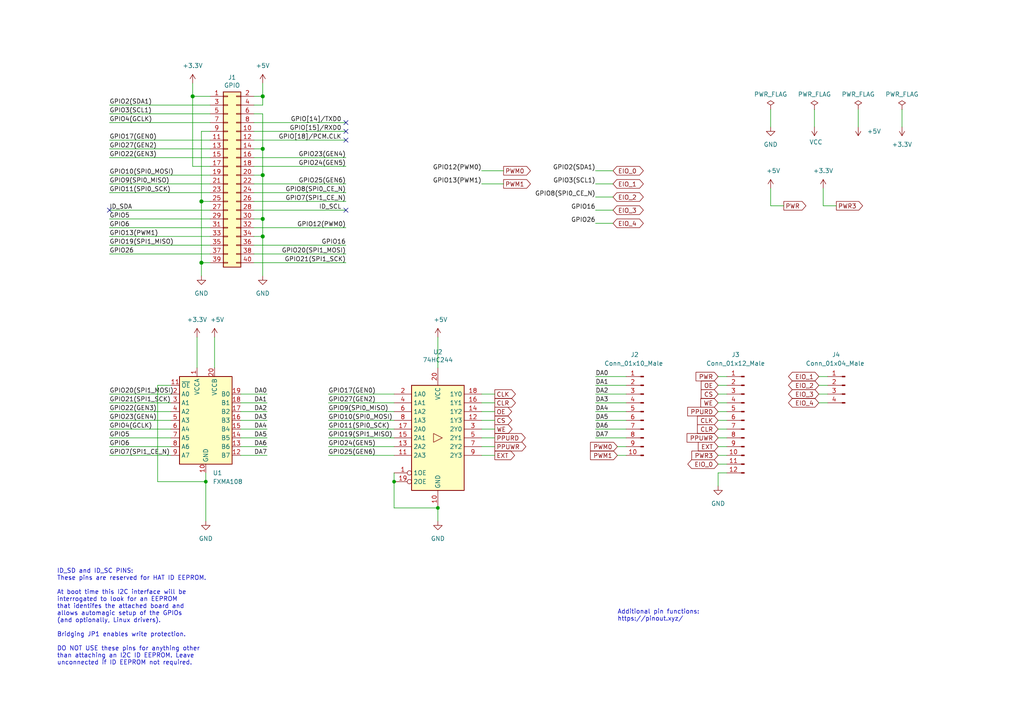
<source format=kicad_sch>
(kicad_sch (version 20211123) (generator eeschema)
  (paper "A4")
  (title_block (date "15 nov 2012"))
  (lib_symbols
    (symbol "+3.3V_1" (power) (pin_names (offset 0))
      (property "Value" "+3.3V_1" (at 0 3.556 0))
      (symbol "+3.3V_1_0_1"
        (polyline (pts (xy -0.762 1.27) (xy 0 2.54)))
        (polyline (pts (xy 0 0) (xy 0 2.54)))
        (polyline (pts (xy 0 2.54) (xy 0.762 1.27)))
      )
      (symbol "+3.3V_1_1_1"
        (pin power_in line (at 0 0 90) (length 0) hide (name "+3.3V") (number "1"))
      )
    )
    (symbol "74xx:74HC244"
      (property "Reference" "U" (at -7.62 16.51 0))
      (property "Value" "74HC244" (at -7.62 -16.51 0))
      (symbol "74HC244_1_0"
        (polyline (pts (xy 1.27 0) (xy -1.27 1.27) (xy -1.27 -1.27) (xy 1.27 0)) (stroke (width 0.1524)))
        (pin input inverted (at -12.7 -10.16 0) (length 5.08) (name "1OE") (number "1"))
        (pin power_in line (at 0 -20.32 90) (length 5.08) (name "GND") (number "10"))
        (pin input line (at -12.7 -5.08 0) (length 5.08) (name "2A3") (number "11"))
        (pin tri_state line (at 12.7 5.08 180) (length 5.08) (name "1Y3") (number "12"))
        (pin input line (at -12.7 -2.54 0) (length 5.08) (name "2A2") (number "13"))
        (pin tri_state line (at 12.7 7.62 180) (length 5.08) (name "1Y2") (number "14"))
        (pin input line (at -12.7 0 0) (length 5.08) (name "2A1") (number "15"))
        (pin tri_state line (at 12.7 10.16 180) (length 5.08) (name "1Y1") (number "16"))
        (pin input line (at -12.7 2.54 0) (length 5.08) (name "2A0") (number "17"))
        (pin tri_state line (at 12.7 12.7 180) (length 5.08) (name "1Y0") (number "18"))
        (pin input inverted (at -12.7 -12.7 0) (length 5.08) (name "2OE") (number "19"))
        (pin input line (at -12.7 12.7 0) (length 5.08) (name "1A0") (number "2"))
        (pin power_in line (at 0 20.32 270) (length 5.08) (name "VCC") (number "20"))
        (pin tri_state line (at 12.7 2.54 180) (length 5.08) (name "2Y0") (number "3"))
        (pin input line (at -12.7 10.16 0) (length 5.08) (name "1A1") (number "4"))
        (pin tri_state line (at 12.7 0 180) (length 5.08) (name "2Y1") (number "5"))
        (pin input line (at -12.7 7.62 0) (length 5.08) (name "1A2") (number "6"))
        (pin tri_state line (at 12.7 -2.54 180) (length 5.08) (name "2Y2") (number "7"))
        (pin input line (at -12.7 5.08 0) (length 5.08) (name "1A3") (number "8"))
        (pin tri_state line (at 12.7 -5.08 180) (length 5.08) (name "2Y3") (number "9"))
      )
      (symbol "74HC244_1_1"
        (rectangle (start -7.62 15.24) (end 7.62 -15.24) (stroke (width 0.254)) (fill (type background)))
      )
    )
    (symbol "Connector:Conn_01x04_Male" (pin_names (offset 1.016) hide)
      (property "Reference" "J" (at 0 5.08 0))
      (property "Value" "Conn_01x04_Male" (at 0 -7.62 0))
      (symbol "Conn_01x04_Male_1_1"
        (polyline (pts (xy 1.27 -5.08) (xy 0.8636 -5.08)) (stroke (width 0.1524)))
        (polyline (pts (xy 1.27 -2.54) (xy 0.8636 -2.54)) (stroke (width 0.1524)))
        (polyline (pts (xy 1.27 0) (xy 0.8636 0)) (stroke (width 0.1524)))
        (polyline (pts (xy 1.27 2.54) (xy 0.8636 2.54)) (stroke (width 0.1524)))
        (rectangle (start 0.8636 -4.953) (end 0 -5.207) (stroke (width 0.1524)) (fill (type outline)))
        (rectangle (start 0.8636 -2.413) (end 0 -2.667) (stroke (width 0.1524)) (fill (type outline)))
        (rectangle (start 0.8636 0.127) (end 0 -0.127) (stroke (width 0.1524)) (fill (type outline)))
        (rectangle (start 0.8636 2.667) (end 0 2.413) (stroke (width 0.1524)) (fill (type outline)))
        (pin passive line (at 5.08 2.54 180) (length 3.81) (name "Pin_1") (number "1"))
        (pin passive line (at 5.08 0 180) (length 3.81) (name "Pin_2") (number "2"))
        (pin passive line (at 5.08 -2.54 180) (length 3.81) (name "Pin_3") (number "3"))
        (pin passive line (at 5.08 -5.08 180) (length 3.81) (name "Pin_4") (number "4"))
      )
    )
    (symbol "Connector:Conn_01x10_Male" (pin_names (offset 1.016) hide)
      (property "Reference" "J" (at 0 12.7 0))
      (property "Value" "Conn_01x10_Male" (at 0 -15.24 0))
      (symbol "Conn_01x10_Male_1_1"
        (polyline (pts (xy 1.27 -12.7) (xy 0.8636 -12.7)) (stroke (width 0.1524)))
        (polyline (pts (xy 1.27 -10.16) (xy 0.8636 -10.16)) (stroke (width 0.1524)))
        (polyline (pts (xy 1.27 -7.62) (xy 0.8636 -7.62)) (stroke (width 0.1524)))
        (polyline (pts (xy 1.27 -5.08) (xy 0.8636 -5.08)) (stroke (width 0.1524)))
        (polyline (pts (xy 1.27 -2.54) (xy 0.8636 -2.54)) (stroke (width 0.1524)))
        (polyline (pts (xy 1.27 0) (xy 0.8636 0)) (stroke (width 0.1524)))
        (polyline (pts (xy 1.27 2.54) (xy 0.8636 2.54)) (stroke (width 0.1524)))
        (polyline (pts (xy 1.27 5.08) (xy 0.8636 5.08)) (stroke (width 0.1524)))
        (polyline (pts (xy 1.27 7.62) (xy 0.8636 7.62)) (stroke (width 0.1524)))
        (polyline (pts (xy 1.27 10.16) (xy 0.8636 10.16)) (stroke (width 0.1524)))
        (rectangle (start 0.8636 -12.573) (end 0 -12.827) (stroke (width 0.1524)) (fill (type outline)))
        (rectangle (start 0.8636 -10.033) (end 0 -10.287) (stroke (width 0.1524)) (fill (type outline)))
        (rectangle (start 0.8636 -7.493) (end 0 -7.747) (stroke (width 0.1524)) (fill (type outline)))
        (rectangle (start 0.8636 -4.953) (end 0 -5.207) (stroke (width 0.1524)) (fill (type outline)))
        (rectangle (start 0.8636 -2.413) (end 0 -2.667) (stroke (width 0.1524)) (fill (type outline)))
        (rectangle (start 0.8636 0.127) (end 0 -0.127) (stroke (width 0.1524)) (fill (type outline)))
        (rectangle (start 0.8636 2.667) (end 0 2.413) (stroke (width 0.1524)) (fill (type outline)))
        (rectangle (start 0.8636 5.207) (end 0 4.953) (stroke (width 0.1524)) (fill (type outline)))
        (rectangle (start 0.8636 7.747) (end 0 7.493) (stroke (width 0.1524)) (fill (type outline)))
        (rectangle (start 0.8636 10.287) (end 0 10.033) (stroke (width 0.1524)) (fill (type outline)))
        (pin passive line (at 5.08 10.16 180) (length 3.81) (name "Pin_1") (number "1"))
        (pin passive line (at 5.08 -12.7 180) (length 3.81) (name "Pin_10") (number "10"))
        (pin passive line (at 5.08 7.62 180) (length 3.81) (name "Pin_2") (number "2"))
        (pin passive line (at 5.08 5.08 180) (length 3.81) (name "Pin_3") (number "3"))
        (pin passive line (at 5.08 2.54 180) (length 3.81) (name "Pin_4") (number "4"))
        (pin passive line (at 5.08 0 180) (length 3.81) (name "Pin_5") (number "5"))
        (pin passive line (at 5.08 -2.54 180) (length 3.81) (name "Pin_6") (number "6"))
        (pin passive line (at 5.08 -5.08 180) (length 3.81) (name "Pin_7") (number "7"))
        (pin passive line (at 5.08 -7.62 180) (length 3.81) (name "Pin_8") (number "8"))
        (pin passive line (at 5.08 -10.16 180) (length 3.81) (name "Pin_9") (number "9"))
      )
    )
    (symbol "Connector:Conn_01x12_Male" (pin_names (offset 1.016) hide)
      (property "Reference" "J" (at 0 15.24 0))
      (property "Value" "Conn_01x12_Male" (at 0 -17.78 0))
      (symbol "Conn_01x12_Male_1_1"
        (polyline (pts (xy 1.27 -15.24) (xy 0.8636 -15.24)) (stroke (width 0.1524)))
        (polyline (pts (xy 1.27 -12.7) (xy 0.8636 -12.7)) (stroke (width 0.1524)))
        (polyline (pts (xy 1.27 -10.16) (xy 0.8636 -10.16)) (stroke (width 0.1524)))
        (polyline (pts (xy 1.27 -7.62) (xy 0.8636 -7.62)) (stroke (width 0.1524)))
        (polyline (pts (xy 1.27 -5.08) (xy 0.8636 -5.08)) (stroke (width 0.1524)))
        (polyline (pts (xy 1.27 -2.54) (xy 0.8636 -2.54)) (stroke (width 0.1524)))
        (polyline (pts (xy 1.27 0) (xy 0.8636 0)) (stroke (width 0.1524)))
        (polyline (pts (xy 1.27 2.54) (xy 0.8636 2.54)) (stroke (width 0.1524)))
        (polyline (pts (xy 1.27 5.08) (xy 0.8636 5.08)) (stroke (width 0.1524)))
        (polyline (pts (xy 1.27 7.62) (xy 0.8636 7.62)) (stroke (width 0.1524)))
        (polyline (pts (xy 1.27 10.16) (xy 0.8636 10.16)) (stroke (width 0.1524)))
        (polyline (pts (xy 1.27 12.7) (xy 0.8636 12.7)) (stroke (width 0.1524)))
        (rectangle (start 0.8636 -15.113) (end 0 -15.367) (stroke (width 0.1524)) (fill (type outline)))
        (rectangle (start 0.8636 -12.573) (end 0 -12.827) (stroke (width 0.1524)) (fill (type outline)))
        (rectangle (start 0.8636 -10.033) (end 0 -10.287) (stroke (width 0.1524)) (fill (type outline)))
        (rectangle (start 0.8636 -7.493) (end 0 -7.747) (stroke (width 0.1524)) (fill (type outline)))
        (rectangle (start 0.8636 -4.953) (end 0 -5.207) (stroke (width 0.1524)) (fill (type outline)))
        (rectangle (start 0.8636 -2.413) (end 0 -2.667) (stroke (width 0.1524)) (fill (type outline)))
        (rectangle (start 0.8636 0.127) (end 0 -0.127) (stroke (width 0.1524)) (fill (type outline)))
        (rectangle (start 0.8636 2.667) (end 0 2.413) (stroke (width 0.1524)) (fill (type outline)))
        (rectangle (start 0.8636 5.207) (end 0 4.953) (stroke (width 0.1524)) (fill (type outline)))
        (rectangle (start 0.8636 7.747) (end 0 7.493) (stroke (width 0.1524)) (fill (type outline)))
        (rectangle (start 0.8636 10.287) (end 0 10.033) (stroke (width 0.1524)) (fill (type outline)))
        (rectangle (start 0.8636 12.827) (end 0 12.573) (stroke (width 0.1524)) (fill (type outline)))
        (pin passive line (at 5.08 12.7 180) (length 3.81) (name "Pin_1") (number "1"))
        (pin passive line (at 5.08 -10.16 180) (length 3.81) (name "Pin_10") (number "10"))
        (pin passive line (at 5.08 -12.7 180) (length 3.81) (name "Pin_11") (number "11"))
        (pin passive line (at 5.08 -15.24 180) (length 3.81) (name "Pin_12") (number "12"))
        (pin passive line (at 5.08 10.16 180) (length 3.81) (name "Pin_2") (number "2"))
        (pin passive line (at 5.08 7.62 180) (length 3.81) (name "Pin_3") (number "3"))
        (pin passive line (at 5.08 5.08 180) (length 3.81) (name "Pin_4") (number "4"))
        (pin passive line (at 5.08 2.54 180) (length 3.81) (name "Pin_5") (number "5"))
        (pin passive line (at 5.08 0 180) (length 3.81) (name "Pin_6") (number "6"))
        (pin passive line (at 5.08 -2.54 180) (length 3.81) (name "Pin_7") (number "7"))
        (pin passive line (at 5.08 -5.08 180) (length 3.81) (name "Pin_8") (number "8"))
        (pin passive line (at 5.08 -7.62 180) (length 3.81) (name "Pin_9") (number "9"))
      )
    )
    (symbol "Connector_Generic:Conn_02x20_Odd_Even" (pin_names (offset 1.016) hide)
      (property "Reference" "J" (at 1.27 25.4 0))
      (property "Value" "Conn_02x20_Odd_Even" (at 1.27 -27.94 0))
      (symbol "Conn_02x20_Odd_Even_1_1"
        (rectangle (start -1.27 -25.273) (end 0 -25.527) (stroke (width 0.1524)))
        (rectangle (start -1.27 -22.733) (end 0 -22.987) (stroke (width 0.1524)))
        (rectangle (start -1.27 -20.193) (end 0 -20.447) (stroke (width 0.1524)))
        (rectangle (start -1.27 -17.653) (end 0 -17.907) (stroke (width 0.1524)))
        (rectangle (start -1.27 -15.113) (end 0 -15.367) (stroke (width 0.1524)))
        (rectangle (start -1.27 -12.573) (end 0 -12.827) (stroke (width 0.1524)))
        (rectangle (start -1.27 -10.033) (end 0 -10.287) (stroke (width 0.1524)))
        (rectangle (start -1.27 -7.493) (end 0 -7.747) (stroke (width 0.1524)))
        (rectangle (start -1.27 -4.953) (end 0 -5.207) (stroke (width 0.1524)))
        (rectangle (start -1.27 -2.413) (end 0 -2.667) (stroke (width 0.1524)))
        (rectangle (start -1.27 0.127) (end 0 -0.127) (stroke (width 0.1524)))
        (rectangle (start -1.27 2.667) (end 0 2.413) (stroke (width 0.1524)))
        (rectangle (start -1.27 5.207) (end 0 4.953) (stroke (width 0.1524)))
        (rectangle (start -1.27 7.747) (end 0 7.493) (stroke (width 0.1524)))
        (rectangle (start -1.27 10.287) (end 0 10.033) (stroke (width 0.1524)))
        (rectangle (start -1.27 12.827) (end 0 12.573) (stroke (width 0.1524)))
        (rectangle (start -1.27 15.367) (end 0 15.113) (stroke (width 0.1524)))
        (rectangle (start -1.27 17.907) (end 0 17.653) (stroke (width 0.1524)))
        (rectangle (start -1.27 20.447) (end 0 20.193) (stroke (width 0.1524)))
        (rectangle (start -1.27 22.987) (end 0 22.733) (stroke (width 0.1524)))
        (rectangle (start -1.27 24.13) (end 3.81 -26.67) (stroke (width 0.254)) (fill (type background)))
        (rectangle (start 3.81 -25.273) (end 2.54 -25.527) (stroke (width 0.1524)))
        (rectangle (start 3.81 -22.733) (end 2.54 -22.987) (stroke (width 0.1524)))
        (rectangle (start 3.81 -20.193) (end 2.54 -20.447) (stroke (width 0.1524)))
        (rectangle (start 3.81 -17.653) (end 2.54 -17.907) (stroke (width 0.1524)))
        (rectangle (start 3.81 -15.113) (end 2.54 -15.367) (stroke (width 0.1524)))
        (rectangle (start 3.81 -12.573) (end 2.54 -12.827) (stroke (width 0.1524)))
        (rectangle (start 3.81 -10.033) (end 2.54 -10.287) (stroke (width 0.1524)))
        (rectangle (start 3.81 -7.493) (end 2.54 -7.747) (stroke (width 0.1524)))
        (rectangle (start 3.81 -4.953) (end 2.54 -5.207) (stroke (width 0.1524)))
        (rectangle (start 3.81 -2.413) (end 2.54 -2.667) (stroke (width 0.1524)))
        (rectangle (start 3.81 0.127) (end 2.54 -0.127) (stroke (width 0.1524)))
        (rectangle (start 3.81 2.667) (end 2.54 2.413) (stroke (width 0.1524)))
        (rectangle (start 3.81 5.207) (end 2.54 4.953) (stroke (width 0.1524)))
        (rectangle (start 3.81 7.747) (end 2.54 7.493) (stroke (width 0.1524)))
        (rectangle (start 3.81 10.287) (end 2.54 10.033) (stroke (width 0.1524)))
        (rectangle (start 3.81 12.827) (end 2.54 12.573) (stroke (width 0.1524)))
        (rectangle (start 3.81 15.367) (end 2.54 15.113) (stroke (width 0.1524)))
        (rectangle (start 3.81 17.907) (end 2.54 17.653) (stroke (width 0.1524)))
        (rectangle (start 3.81 20.447) (end 2.54 20.193) (stroke (width 0.1524)))
        (rectangle (start 3.81 22.987) (end 2.54 22.733) (stroke (width 0.1524)))
        (pin passive line (at -5.08 22.86 0) (length 3.81) (name "Pin_1") (number "1"))
        (pin passive line (at 7.62 12.7 180) (length 3.81) (name "Pin_10") (number "10"))
        (pin passive line (at -5.08 10.16 0) (length 3.81) (name "Pin_11") (number "11"))
        (pin passive line (at 7.62 10.16 180) (length 3.81) (name "Pin_12") (number "12"))
        (pin passive line (at -5.08 7.62 0) (length 3.81) (name "Pin_13") (number "13"))
        (pin passive line (at 7.62 7.62 180) (length 3.81) (name "Pin_14") (number "14"))
        (pin passive line (at -5.08 5.08 0) (length 3.81) (name "Pin_15") (number "15"))
        (pin passive line (at 7.62 5.08 180) (length 3.81) (name "Pin_16") (number "16"))
        (pin passive line (at -5.08 2.54 0) (length 3.81) (name "Pin_17") (number "17"))
        (pin passive line (at 7.62 2.54 180) (length 3.81) (name "Pin_18") (number "18"))
        (pin passive line (at -5.08 0 0) (length 3.81) (name "Pin_19") (number "19"))
        (pin passive line (at 7.62 22.86 180) (length 3.81) (name "Pin_2") (number "2"))
        (pin passive line (at 7.62 0 180) (length 3.81) (name "Pin_20") (number "20"))
        (pin passive line (at -5.08 -2.54 0) (length 3.81) (name "Pin_21") (number "21"))
        (pin passive line (at 7.62 -2.54 180) (length 3.81) (name "Pin_22") (number "22"))
        (pin passive line (at -5.08 -5.08 0) (length 3.81) (name "Pin_23") (number "23"))
        (pin passive line (at 7.62 -5.08 180) (length 3.81) (name "Pin_24") (number "24"))
        (pin passive line (at -5.08 -7.62 0) (length 3.81) (name "Pin_25") (number "25"))
        (pin passive line (at 7.62 -7.62 180) (length 3.81) (name "Pin_26") (number "26"))
        (pin passive line (at -5.08 -10.16 0) (length 3.81) (name "Pin_27") (number "27"))
        (pin passive line (at 7.62 -10.16 180) (length 3.81) (name "Pin_28") (number "28"))
        (pin passive line (at -5.08 -12.7 0) (length 3.81) (name "Pin_29") (number "29"))
        (pin passive line (at -5.08 20.32 0) (length 3.81) (name "Pin_3") (number "3"))
        (pin passive line (at 7.62 -12.7 180) (length 3.81) (name "Pin_30") (number "30"))
        (pin passive line (at -5.08 -15.24 0) (length 3.81) (name "Pin_31") (number "31"))
        (pin passive line (at 7.62 -15.24 180) (length 3.81) (name "Pin_32") (number "32"))
        (pin passive line (at -5.08 -17.78 0) (length 3.81) (name "Pin_33") (number "33"))
        (pin passive line (at 7.62 -17.78 180) (length 3.81) (name "Pin_34") (number "34"))
        (pin passive line (at -5.08 -20.32 0) (length 3.81) (name "Pin_35") (number "35"))
        (pin passive line (at 7.62 -20.32 180) (length 3.81) (name "Pin_36") (number "36"))
        (pin passive line (at -5.08 -22.86 0) (length 3.81) (name "Pin_37") (number "37"))
        (pin passive line (at 7.62 -22.86 180) (length 3.81) (name "Pin_38") (number "38"))
        (pin passive line (at -5.08 -25.4 0) (length 3.81) (name "Pin_39") (number "39"))
        (pin passive line (at 7.62 20.32 180) (length 3.81) (name "Pin_4") (number "4"))
        (pin passive line (at 7.62 -25.4 180) (length 3.81) (name "Pin_40") (number "40"))
        (pin passive line (at -5.08 17.78 0) (length 3.81) (name "Pin_5") (number "5"))
        (pin passive line (at 7.62 17.78 180) (length 3.81) (name "Pin_6") (number "6"))
        (pin passive line (at -5.08 15.24 0) (length 3.81) (name "Pin_7") (number "7"))
        (pin passive line (at 7.62 15.24 180) (length 3.81) (name "Pin_8") (number "8"))
        (pin passive line (at -5.08 12.7 0) (length 3.81) (name "Pin_9") (number "9"))
      )
    )
    (symbol "SamacSys_Parts2:FXMA108"
      (property "Reference" "U" (at -6.35 13.97 0))
      (property "Value" "FXMA108" (at 7.62 13.97 0))
      (symbol "FXMA108_1_1"
        (rectangle (start -7.62 12.7) (end 7.62 -12.7) (stroke (width 0.254)) (fill (type background)))
        (pin power_in line (at -2.54 15.24 270) (length 2.54) (name "VCCA") (number "1"))
        (pin power_in line (at 0 -15.24 90) (length 2.54) (name "GND") (number "10"))
        (pin input line (at -10.16 10.16 0) (length 2.54) (name "~{OE}") (number "11"))
        (pin bidirectional line (at 10.16 -10.16 180) (length 2.54) (name "B7") (number "12"))
        (pin bidirectional line (at 10.16 -7.62 180) (length 2.54) (name "B6") (number "13"))
        (pin bidirectional line (at 10.16 -5.08 180) (length 2.54) (name "B5") (number "14"))
        (pin bidirectional line (at 10.16 -2.54 180) (length 2.54) (name "B4") (number "15"))
        (pin bidirectional line (at 10.16 0 180) (length 2.54) (name "B3") (number "16"))
        (pin bidirectional line (at 10.16 2.54 180) (length 2.54) (name "B2") (number "17"))
        (pin bidirectional line (at 10.16 5.08 180) (length 2.54) (name "B1") (number "18"))
        (pin bidirectional line (at 10.16 7.62 180) (length 2.54) (name "B0") (number "19"))
        (pin bidirectional line (at -10.16 7.62 0) (length 2.54) (name "A0") (number "2"))
        (pin power_in line (at 2.54 15.24 270) (length 2.54) (name "VCCB") (number "20"))
        (pin bidirectional line (at -10.16 5.08 0) (length 2.54) (name "A1") (number "3"))
        (pin bidirectional line (at -10.16 2.54 0) (length 2.54) (name "A2") (number "4"))
        (pin bidirectional line (at -10.16 0 0) (length 2.54) (name "A3") (number "5"))
        (pin bidirectional line (at -10.16 -2.54 0) (length 2.54) (name "A4") (number "6"))
        (pin bidirectional line (at -10.16 -5.08 0) (length 2.54) (name "A5") (number "7"))
        (pin bidirectional line (at -10.16 -7.62 0) (length 2.54) (name "A6") (number "8"))
        (pin bidirectional line (at -10.16 -10.16 0) (length 2.54) (name "A7") (number "9"))
      )
    )
    (symbol "power:+5V" (power) (pin_names (offset 0))
      (property "Value" "+5V" (at 0 3.556 0))
      (symbol "+5V_0_1"
        (polyline (pts (xy -0.762 1.27) (xy 0 2.54)))
        (polyline (pts (xy 0 0) (xy 0 2.54)))
        (polyline (pts (xy 0 2.54) (xy 0.762 1.27)))
      )
      (symbol "+5V_1_1"
        (pin power_in line (at 0 0 90) (length 0) hide (name "+5V") (number "1"))
      )
    )
    (symbol "power:GND" (power) (pin_names (offset 0))
      (property "Value" "GND" (at 0 -3.81 0))
      (symbol "GND_0_1"
        (polyline (pts (xy 0 0) (xy 0 -1.27) (xy 1.27 -1.27) (xy 0 -2.54) (xy -1.27 -1.27) (xy 0 -1.27)))
      )
      (symbol "GND_1_1"
        (pin power_in line (at 0 0 270) (length 0) hide (name "GND") (number "1"))
      )
    )
    (symbol "power:PWR_FLAG" (power) (pin_numbers hide) (pin_names (offset 0) hide)
      (property "Value" "PWR_FLAG" (at 0 3.81 0))
      (symbol "PWR_FLAG_0_0"
        (pin power_out line (at 0 0 90) (length 0) (name "pwr") (number "1"))
      )
      (symbol "PWR_FLAG_0_1"
        (polyline (pts (xy 0 0) (xy 0 1.27) (xy -1.016 1.905) (xy 0 2.54) (xy 1.016 1.905) (xy 0 1.27)))
      )
    )
    (symbol "power:VCC" (power) (pin_names (offset 0))
      (property "Value" "VCC" (at 0 3.81 0))
      (symbol "VCC_0_1"
        (polyline (pts (xy -0.762 1.27) (xy 0 2.54)))
        (polyline (pts (xy 0 0) (xy 0 2.54)))
        (polyline (pts (xy 0 2.54) (xy 0.762 1.27)))
      )
      (symbol "VCC_1_1"
        (pin power_in line (at 0 0 90) (length 0) hide (name "VCC") (number "1"))
      )
    )
  )
  (junction (at 76.2 27.94) (diameter 1.016))
  (junction (at 76.2 43.18) (diameter 1.016))
  (junction (at 59.69 139.7))
  (junction (at 127 147.32))
  (junction (at 58.42 76.2) (diameter 1.016))
  (junction (at 58.42 58.42) (diameter 1.016))
  (junction (at 76.2 68.58) (diameter 1.016))
  (junction (at 114.3 139.7))
  (junction (at 76.2 63.5) (diameter 1.016))
  (junction (at 76.2 50.8) (diameter 1.016))
  (junction (at 55.88 27.94) (diameter 1.016))
  (no_connect (at 100.33 38.1))
  (no_connect (at 100.33 40.64))
  (no_connect (at 100.33 35.56))
  (no_connect (at 31.75 60.96))
  (no_connect (at 100.33 60.96))
  (wire (pts (xy 172.72 57.15) (xy 177.8 57.15)))
  (wire (pts (xy 139.7 53.34) (xy 146.05 53.34)))
  (wire (pts (xy 139.7 49.53) (xy 146.05 49.53)))
  (wire (pts (xy 172.72 119.38) (xy 181.61 119.38)))
  (wire (pts (xy 58.42 58.42) (xy 58.42 76.2)))
  (wire (pts (xy 73.66 58.42) (xy 100.33 58.42)))
  (wire (pts (xy 177.8 49.53) (xy 172.72 49.53)))
  (wire (pts (xy 60.96 40.64) (xy 31.75 40.64)))
  (wire (pts (xy 31.75 124.46) (xy 49.53 124.46)))
  (wire (pts (xy 139.7 127) (xy 143.51 127)))
  (wire (pts (xy 76.2 33.02) (xy 76.2 43.18)))
  (wire (pts (xy 76.2 50.8) (xy 73.66 50.8)))
  (wire (pts (xy 77.47 121.92) (xy 69.85 121.92)))
  (wire (pts (xy 172.72 109.22) (xy 181.61 109.22)))
  (wire (pts (xy 76.2 63.5) (xy 76.2 68.58)))
  (wire (pts (xy 208.28 121.92) (xy 210.82 121.92)))
  (wire (pts (xy 77.47 132.08) (xy 69.85 132.08)))
  (wire (pts (xy 62.23 97.79) (xy 62.23 106.68)))
  (wire (pts (xy 237.49 109.22) (xy 240.03 109.22)))
  (wire (pts (xy 139.7 121.92) (xy 143.51 121.92)))
  (wire (pts (xy 76.2 50.8) (xy 76.2 63.5)))
  (wire (pts (xy 143.51 124.46) (xy 139.7 124.46)))
  (wire (pts (xy 73.66 35.56) (xy 100.33 35.56)))
  (wire (pts (xy 127 97.79) (xy 127 106.68)))
  (wire (pts (xy 58.42 38.1) (xy 58.42 58.42)))
  (wire (pts (xy 77.47 116.84) (xy 69.85 116.84)))
  (wire (pts (xy 58.42 38.1) (xy 60.96 38.1)))
  (wire (pts (xy 172.72 127) (xy 181.61 127)))
  (wire (pts (xy 73.66 55.88) (xy 100.33 55.88)))
  (wire (pts (xy 143.51 129.54) (xy 139.7 129.54)))
  (wire (pts (xy 60.96 60.96) (xy 31.75 60.96)))
  (wire (pts (xy 31.75 63.5) (xy 60.96 63.5)))
  (wire (pts (xy 238.76 54.61) (xy 238.76 59.69)))
  (wire (pts (xy 223.52 31.75) (xy 223.52 36.83)))
  (wire (pts (xy 58.42 58.42) (xy 60.96 58.42)))
  (wire (pts (xy 114.3 127) (xy 95.25 127)))
  (wire (pts (xy 172.72 114.3) (xy 181.61 114.3)))
  (wire (pts (xy 73.66 45.72) (xy 100.33 45.72)))
  (wire (pts (xy 210.82 132.08) (xy 208.28 132.08)))
  (wire (pts (xy 223.52 54.61) (xy 223.52 59.69)))
  (wire (pts (xy 208.28 116.84) (xy 210.82 116.84)))
  (wire (pts (xy 73.66 76.2) (xy 100.33 76.2)))
  (wire (pts (xy 58.42 76.2) (xy 58.42 80.01)))
  (wire (pts (xy 31.75 43.18) (xy 60.96 43.18)))
  (wire (pts (xy 55.88 24.13) (xy 55.88 27.94)))
  (wire (pts (xy 114.3 116.84) (xy 95.25 116.84)))
  (wire (pts (xy 49.53 127) (xy 31.75 127)))
  (wire (pts (xy 59.69 137.16) (xy 59.69 139.7)))
  (wire (pts (xy 139.7 119.38) (xy 143.51 119.38)))
  (wire (pts (xy 76.2 68.58) (xy 73.66 68.58)))
  (wire (pts (xy 181.61 132.08) (xy 179.07 132.08)))
  (wire (pts (xy 31.75 33.02) (xy 60.96 33.02)))
  (wire (pts (xy 49.53 132.08) (xy 31.75 132.08)))
  (wire (pts (xy 31.75 55.88) (xy 60.96 55.88)))
  (wire (pts (xy 31.75 119.38) (xy 49.53 119.38)))
  (wire (pts (xy 237.49 114.3) (xy 240.03 114.3)))
  (wire (pts (xy 55.88 48.26) (xy 60.96 48.26)))
  (wire (pts (xy 236.22 31.75) (xy 236.22 36.83)))
  (wire (pts (xy 60.96 30.48) (xy 31.75 30.48)))
  (wire (pts (xy 95.25 114.3) (xy 114.3 114.3)))
  (wire (pts (xy 76.2 27.94) (xy 76.2 30.48)))
  (wire (pts (xy 114.3 147.32) (xy 127 147.32)))
  (wire (pts (xy 139.7 132.08) (xy 143.51 132.08)))
  (wire (pts (xy 114.3 139.7) (xy 114.3 147.32)))
  (wire (pts (xy 76.2 43.18) (xy 76.2 50.8)))
  (wire (pts (xy 73.66 40.64) (xy 100.33 40.64)))
  (wire (pts (xy 114.3 121.92) (xy 95.25 121.92)))
  (wire (pts (xy 76.2 43.18) (xy 73.66 43.18)))
  (wire (pts (xy 210.82 119.38) (xy 208.28 119.38)))
  (wire (pts (xy 208.28 127) (xy 210.82 127)))
  (wire (pts (xy 76.2 24.13) (xy 76.2 27.94)))
  (wire (pts (xy 69.85 124.46) (xy 77.47 124.46)))
  (wire (pts (xy 31.75 35.56) (xy 60.96 35.56)))
  (wire (pts (xy 76.2 27.94) (xy 73.66 27.94)))
  (wire (pts (xy 55.88 27.94) (xy 55.88 48.26)))
  (wire (pts (xy 73.66 48.26) (xy 100.33 48.26)))
  (wire (pts (xy 172.72 124.46) (xy 181.61 124.46)))
  (wire (pts (xy 73.66 38.1) (xy 100.33 38.1)))
  (wire (pts (xy 172.72 116.84) (xy 181.61 116.84)))
  (wire (pts (xy 95.25 119.38) (xy 114.3 119.38)))
  (wire (pts (xy 139.7 114.3) (xy 143.51 114.3)))
  (wire (pts (xy 49.53 111.76) (xy 45.72 111.76)))
  (wire (pts (xy 31.75 45.72) (xy 60.96 45.72)))
  (wire (pts (xy 69.85 114.3) (xy 77.47 114.3)))
  (wire (pts (xy 31.75 53.34) (xy 60.96 53.34)))
  (wire (pts (xy 172.72 111.76) (xy 181.61 111.76)))
  (wire (pts (xy 261.62 31.75) (xy 261.62 36.83)))
  (wire (pts (xy 177.8 53.34) (xy 172.72 53.34)))
  (wire (pts (xy 208.28 137.16) (xy 208.28 140.97)))
  (wire (pts (xy 248.92 31.75) (xy 248.92 36.83)))
  (wire (pts (xy 69.85 129.54) (xy 77.47 129.54)))
  (wire (pts (xy 49.53 121.92) (xy 31.75 121.92)))
  (wire (pts (xy 31.75 66.04) (xy 60.96 66.04)))
  (wire (pts (xy 139.7 116.84) (xy 143.51 116.84)))
  (wire (pts (xy 172.72 60.96) (xy 177.8 60.96)))
  (wire (pts (xy 172.72 64.77) (xy 177.8 64.77)))
  (wire (pts (xy 237.49 111.76) (xy 240.03 111.76)))
  (wire (pts (xy 76.2 30.48) (xy 73.66 30.48)))
  (wire (pts (xy 210.82 134.62) (xy 208.28 134.62)))
  (wire (pts (xy 59.69 139.7) (xy 59.69 151.13)))
  (wire (pts (xy 45.72 139.7) (xy 59.69 139.7)))
  (wire (pts (xy 31.75 71.12) (xy 60.96 71.12)))
  (wire (pts (xy 208.28 109.22) (xy 210.82 109.22)))
  (wire (pts (xy 73.66 71.12) (xy 100.33 71.12)))
  (wire (pts (xy 45.72 111.76) (xy 45.72 139.7)))
  (wire (pts (xy 223.52 59.69) (xy 227.33 59.69)))
  (wire (pts (xy 57.15 97.79) (xy 57.15 106.68)))
  (wire (pts (xy 31.75 129.54) (xy 49.53 129.54)))
  (wire (pts (xy 73.66 66.04) (xy 100.33 66.04)))
  (wire (pts (xy 58.42 76.2) (xy 60.96 76.2)))
  (wire (pts (xy 31.75 114.3) (xy 49.53 114.3)))
  (wire (pts (xy 73.66 73.66) (xy 100.33 73.66)))
  (wire (pts (xy 114.3 132.08) (xy 95.25 132.08)))
  (wire (pts (xy 210.82 124.46) (xy 208.28 124.46)))
  (wire (pts (xy 172.72 121.92) (xy 181.61 121.92)))
  (wire (pts (xy 76.2 33.02) (xy 73.66 33.02)))
  (wire (pts (xy 95.25 124.46) (xy 114.3 124.46)))
  (wire (pts (xy 31.75 73.66) (xy 60.96 73.66)))
  (wire (pts (xy 95.25 129.54) (xy 114.3 129.54)))
  (wire (pts (xy 181.61 129.54) (xy 179.07 129.54)))
  (wire (pts (xy 77.47 127) (xy 69.85 127)))
  (wire (pts (xy 237.49 116.84) (xy 240.03 116.84)))
  (wire (pts (xy 69.85 119.38) (xy 77.47 119.38)))
  (wire (pts (xy 76.2 68.58) (xy 76.2 80.01)))
  (wire (pts (xy 210.82 114.3) (xy 208.28 114.3)))
  (wire (pts (xy 73.66 53.34) (xy 100.33 53.34)))
  (wire (pts (xy 60.96 68.58) (xy 31.75 68.58)))
  (wire (pts (xy 114.3 137.16) (xy 114.3 139.7)))
  (wire (pts (xy 127 151.13) (xy 127 147.32)))
  (wire (pts (xy 238.76 59.69) (xy 242.57 59.69)))
  (wire (pts (xy 208.28 137.16) (xy 210.82 137.16)))
  (wire (pts (xy 76.2 63.5) (xy 73.66 63.5)))
  (wire (pts (xy 210.82 129.54) (xy 208.28 129.54)))
  (wire (pts (xy 55.88 27.94) (xy 60.96 27.94)))
  (wire (pts (xy 31.75 116.84) (xy 49.53 116.84)))
  (wire (pts (xy 208.28 111.76) (xy 210.82 111.76)))
  (wire (pts (xy 60.96 50.8) (xy 31.75 50.8)))
  (wire (pts (xy 73.66 60.96) (xy 100.33 60.96)))
  (text "Additional pin functions:\nhttps://pinout.xyz/" (at 179.07 180.34 0) (effects (font (size 1.27 1.27)) (justify left bottom)))
  (text "ID_SD and ID_SC PINS:\nThese pins are reserved for HAT ID EEPROM.\n\nAt boot time this I2C interface will be\ninterrogated to look for an EEPROM\nthat identifes the attached board and\nallows automagic setup of the GPIOs\n(and optionally, Linux drivers).\n\nBridging JP1 enables write protection.\n\nDO NOT USE these pins for anything other\nthan attaching an I2C ID EEPROM. Leave\nunconnected if ID EEPROM not required." (at 16.51 193.04 0) (effects (font (size 1.27 1.27)) (justify left bottom)))
  (label "GPIO19(SPI1_MISO)" (at 95.25 127 0))
  (label "GPIO6" (at 31.75 129.54 0))
  (label "ID_SDA" (at 31.75 60.96 0))
  (label "GPIO6" (at 31.75 66.04 0))
  (label "GPIO3(SCL1)" (at 172.72 53.34 180))
  (label "GPIO10(SPI0_MOSI)" (at 95.25 121.92 0))
  (label "GPIO13(PWM1)" (at 139.7 53.34 180))
  (label "GPIO16" (at 172.72 60.96 180))
  (label "GPIO4(GCLK)" (at 31.75 124.46 0))
  (label "GPIO8(SPI0_CE_N)" (at 172.72 57.15 180))
  (label "ID_SCL" (at 99.06 60.96 180))
  (label "GPIO5" (at 31.75 63.5 0))
  (label "GPIO17(GEN0)" (at 95.25 114.3 0))
  (label "GPIO26" (at 172.72 64.77 180))
  (label "DA1" (at 172.72 111.76 0))
  (label "GPIO12(PWM0)" (at 139.7 49.53 180))
  (label "GPIO24(GEN5)" (at 95.25 129.54 0))
  (label "GPIO20(SPI1_MOSI)" (at 31.75 114.3 0))
  (label "GPIO21(SPI1_SCK)" (at 100.33 76.2 180))
  (label "GPIO19(SPI1_MISO)" (at 31.75 71.12 0))
  (label "GPIO10(SPI0_MOSI)" (at 31.75 50.8 0))
  (label "GPIO9(SPI0_MISO)" (at 31.75 53.34 0))
  (label "GPIO23(GEN4)" (at 100.33 45.72 180))
  (label "DA3" (at 77.47 121.92 180))
  (label "GPIO4(GCLK)" (at 31.75 35.56 0))
  (label "GPIO27(GEN2)" (at 31.75 43.18 0))
  (label "GPIO26" (at 31.75 73.66 0))
  (label "GPIO[14]{slash}TXD0" (at 99.06 35.56 180))
  (label "DA5" (at 172.72 121.92 0))
  (label "GPIO8(SPI0_CE_N)" (at 100.33 55.88 180))
  (label "GPIO[15]{slash}RXD0" (at 99.06 38.1 180))
  (label "GPIO21(SPI1_SCK)" (at 31.75 116.84 0))
  (label "GPIO16" (at 100.33 71.12 180))
  (label "DA1" (at 77.47 116.84 180))
  (label "DA7" (at 172.72 127 0))
  (label "DA2" (at 77.47 119.38 180))
  (label "DA4" (at 172.72 119.38 0))
  (label "GPIO7(SPI1_CE_N)" (at 31.75 132.08 0))
  (label "GPIO9(SPI0_MISO)" (at 95.25 119.38 0))
  (label "DA2" (at 172.72 114.3 0))
  (label "GPIO2(SDA1)" (at 172.72 49.53 180))
  (label "GPIO11(SPI0_SCK)" (at 95.25 124.46 0))
  (label "GPIO27(GEN2)" (at 95.25 116.84 0))
  (label "GPIO22(GEN3)" (at 31.75 45.72 0))
  (label "DA7" (at 77.47 132.08 180))
  (label "GPIO2(SDA1)" (at 31.75 30.48 0))
  (label "GPIO17(GEN0)" (at 31.75 40.64 0))
  (label "DA6" (at 77.47 129.54 180))
  (label "GPIO25(GEN6)" (at 100.33 53.34 180))
  (label "GPIO3(SCL1)" (at 31.75 33.02 0))
  (label "GPIO[18]{slash}PCM.CLK" (at 99.06 40.64 180))
  (label "GPIO12(PWM0)" (at 100.33 66.04 180))
  (label "GPIO22(GEN3)" (at 31.75 119.38 0))
  (label "DA6" (at 172.72 124.46 0))
  (label "GPIO13(PWM1)" (at 31.75 68.58 0))
  (label "DA5" (at 77.47 127 180))
  (label "GPIO20(SPI1_MOSI)" (at 100.33 73.66 180))
  (label "GPIO24(GEN5)" (at 100.33 48.26 180))
  (label "GPIO7(SPI1_CE_N)" (at 100.33 58.42 180))
  (label "GPIO5" (at 31.75 127 0))
  (label "DA3" (at 172.72 116.84 0))
  (label "DA0" (at 172.72 109.22 0))
  (label "GPIO23(GEN4)" (at 31.75 121.92 0))
  (label "DA0" (at 77.47 114.3 180))
  (label "GPIO25(GEN6)" (at 95.25 132.08 0))
  (label "DA4" (at 77.47 124.46 180))
  (label "GPIO11(SPI0_SCK)" (at 31.75 55.88 0))
  (global_label "CS" (shape input) (at 208.28 114.3 180) (property "Intersheet References" "${INTERSHEET_REFS}" (effects hide)))
  (global_label "EXT" (shape output) (at 143.51 132.08 0) (property "Intersheet References" "${INTERSHEET_REFS}" (effects hide)))
  (global_label "EIO_1" (shape bidirectional) (at 237.49 109.22 180) (property "Intersheet References" "${INTERSHEET_REFS}" (effects hide)))
  (global_label "PPURD" (shape input) (at 208.28 119.38 180) (property "Intersheet References" "${INTERSHEET_REFS}" (effects hide)))
  (global_label "EIO_3" (shape bidirectional) (at 237.49 114.3 180) (property "Intersheet References" "${INTERSHEET_REFS}" (effects hide)))
  (global_label "EIO_3" (shape bidirectional) (at 177.8 60.96 0) (property "Intersheet References" "${INTERSHEET_REFS}" (effects hide)))
  (global_label "OE" (shape output) (at 143.51 119.38 0) (property "Intersheet References" "${INTERSHEET_REFS}" (effects hide)))
  (global_label "EIO_2" (shape bidirectional) (at 177.8 57.15 0) (property "Intersheet References" "${INTERSHEET_REFS}" (effects hide)))
  (global_label "EXT" (shape input) (at 208.28 129.54 180) (property "Intersheet References" "${INTERSHEET_REFS}" (effects hide)))
  (global_label "EIO_0" (shape bidirectional) (at 208.28 134.62 180) (property "Intersheet References" "${INTERSHEET_REFS}" (effects hide)))
  (global_label "PPURD" (shape output) (at 143.51 127 0) (property "Intersheet References" "${INTERSHEET_REFS}" (effects hide)))
  (global_label "OE" (shape input) (at 208.28 111.76 180) (property "Intersheet References" "${INTERSHEET_REFS}" (effects hide)))
  (global_label "EIO_4" (shape bidirectional) (at 177.8 64.77 0) (property "Intersheet References" "${INTERSHEET_REFS}" (effects hide)))
  (global_label "PWM1" (shape output) (at 146.05 53.34 0) (property "Intersheet References" "${INTERSHEET_REFS}" (effects hide)))
  (global_label "EIO_2" (shape bidirectional) (at 237.49 111.76 180) (property "Intersheet References" "${INTERSHEET_REFS}" (effects hide)))
  (global_label "CLR" (shape input) (at 208.28 124.46 180) (property "Intersheet References" "${INTERSHEET_REFS}" (effects hide)))
  (global_label "EIO_0" (shape bidirectional) (at 177.8 49.53 0) (property "Intersheet References" "${INTERSHEET_REFS}" (effects hide)))
  (global_label "CS" (shape output) (at 143.51 121.92 0) (property "Intersheet References" "${INTERSHEET_REFS}" (effects hide)))
  (global_label "PWR3" (shape output) (at 242.57 59.69 0) (property "Intersheet References" "${INTERSHEET_REFS}" (effects hide)))
  (global_label "WE" (shape output) (at 143.51 124.46 0) (property "Intersheet References" "${INTERSHEET_REFS}" (effects hide)))
  (global_label "PPUWR" (shape output) (at 143.51 129.54 0) (property "Intersheet References" "${INTERSHEET_REFS}" (effects hide)))
  (global_label "CLK" (shape input) (at 208.28 121.92 180) (property "Intersheet References" "${INTERSHEET_REFS}" (effects hide)))
  (global_label "PWR3" (shape input) (at 208.28 132.08 180) (property "Intersheet References" "${INTERSHEET_REFS}" (effects hide)))
  (global_label "CLR" (shape output) (at 143.51 116.84 0) (property "Intersheet References" "${INTERSHEET_REFS}" (effects hide)))
  (global_label "EIO_4" (shape bidirectional) (at 237.49 116.84 180) (property "Intersheet References" "${INTERSHEET_REFS}" (effects hide)))
  (global_label "PWM0" (shape output) (at 146.05 49.53 0) (property "Intersheet References" "${INTERSHEET_REFS}" (effects hide)))
  (global_label "PPUWR" (shape input) (at 208.28 127 180) (property "Intersheet References" "${INTERSHEET_REFS}" (effects hide)))
  (global_label "CLK" (shape output) (at 143.51 114.3 0) (property "Intersheet References" "${INTERSHEET_REFS}" (effects hide)))
  (global_label "PWR" (shape output) (at 227.33 59.69 0) (property "Intersheet References" "${INTERSHEET_REFS}" (effects hide)))
  (global_label "EIO_1" (shape bidirectional) (at 177.8 53.34 0) (property "Intersheet References" "${INTERSHEET_REFS}" (effects hide)))
  (global_label "PWM0" (shape input) (at 179.07 129.54 180) (property "Intersheet References" "${INTERSHEET_REFS}" (effects hide)))
  (global_label "PWR" (shape input) (at 208.28 109.22 180) (property "Intersheet References" "${INTERSHEET_REFS}" (effects hide)))
  (global_label "WE" (shape input) (at 208.28 116.84 180) (property "Intersheet References" "${INTERSHEET_REFS}" (effects hide)))
  (global_label "PWM1" (shape input) (at 179.07 132.08 180) (property "Intersheet References" "${INTERSHEET_REFS}" (effects hide)))
  (symbol (lib_id "Connector_Generic:Conn_02x20_Odd_Even") (at 66.04 50.8 0) (unit 1)
    (property "Reference" "J1" (at 67.31 22.4598 0))
    (property "Value" "GPIO" (at 67.31 24.765 0))
    (property "Footprint" "Connector_PinSocket_2.54mm:PinSocket_2x20_P2.54mm_Vertical" (effects hide))
  )
  (symbol (lib_id "power:PWR_FLAG") (at 248.92 31.75 0) (unit 1)
    (property "Reference" "#FLG03" (effects hide))
    (property "Value" "PWR_FLAG" (at 248.92 27.3558 0))
  )
  (symbol (lib_id "power:PWR_FLAG") (at 261.62 31.75 0) (unit 1)
    (property "Reference" "#FLG04" (effects hide))
    (property "Value" "PWR_FLAG" (at 261.62 27.3558 0))
  )
  (symbol (lib_id "Connector:Conn_01x10_Male") (at 186.69 119.38 0) (mirror y) (unit 1)
    (property "Reference" "J2" (at 182.88 102.87 0) (effects (justify right)))
    (property "Value" "Conn_01x10_Male" (at 175.26 105.41 0) (effects (justify right)))
    (property "Footprint" "Connector_PinHeader_2.54mm:PinHeader_1x10_P2.54mm_Vertical" (effects hide))
  )
  (symbol (lib_id "power:PWR_FLAG") (at 223.52 31.75 0) (unit 1)
    (property "Reference" "#FLG01" (effects hide))
    (property "Value" "PWR_FLAG" (at 223.52 27.3558 0))
  )
  (symbol (lib_id "power:PWR_FLAG") (at 236.22 31.75 0) (unit 1)
    (property "Reference" "#FLG02" (effects hide))
    (property "Value" "PWR_FLAG" (at 236.22 27.3558 0))
  )
  (symbol (lib_id "power:VCC") (at 236.22 36.83 0) (mirror x) (unit 1)
    (property "Reference" "#PWR013" (effects hide))
    (property "Value" "VCC" (at 236.6518 41.2242 0))
  )
  (symbol (lib_id "Connector:Conn_01x12_Male") (at 215.9 121.92 0) (mirror y) (unit 1)
    (property "Reference" "J3" (at 213.36 102.87 0))
    (property "Value" "Conn_01x12_Male" (at 213.36 105.41 0))
    (property "Footprint" "Connector_PinHeader_2.54mm:PinHeader_1x12_P2.54mm_Vertical" (effects hide))
  )
  (symbol (lib_id "74xx:74HC244") (at 127 127 0) (unit 1)
    (property "Reference" "U2" (at 127 102.0826 0))
    (property "Value" "74HC244" (at 127 104.394 0))
    (property "Footprint" "Package_DIP:DIP-20_W7.62mm" (effects hide))
    (property "Datasheet" "https://assets.nexperia.com/documents/data-sheet/74HC_HCT244.pdf" (effects hide))
  )
  (symbol (lib_id "power:+5V") (at 76.2 24.13 0) (unit 1)
    (property "Reference" "#PWR06" (effects hide))
    (property "Value" "+5V" (at 76.2 19.05 0))
  )
  (symbol (lib_id "SamacSys_Parts2:FXMA108") (at 59.69 121.92 0) (unit 1)
    (property "Reference" "U1" (at 61.7094 137.16 0) (effects (justify left)))
    (property "Value" "FXMA108" (at 61.7094 139.7 0) (effects (justify left)))
    (property "Footprint" "Package_DIP:DIP-20_W7.62mm" (effects hide))
    (property "Datasheet" "http://www.onsemi.com/pub/Collateral/FXMA108-D.pdf" (effects hide))
  )
  (symbol (lib_id "power:GND") (at 59.69 151.13 0) (unit 1)
    (property "Reference" "#PWR04" (effects hide))
    (property "Value" "GND" (at 59.69 156.21 0))
  )
  (symbol (lib_name "+3.3V_1") (lib_id "power:+3.3V") (at 261.62 36.83 180) (unit 1)
    (property "Reference" "#PWR016" (effects hide))
    (property "Value" "+3.3V" (at 261.62 41.91 0))
  )
  (symbol (lib_id "power:GND") (at 127 151.13 0) (unit 1)
    (property "Reference" "#PWR09" (effects hide))
    (property "Value" "GND" (at 127 156.21 0))
  )
  (symbol (lib_id "power:GND") (at 76.2 80.01 0) (unit 1)
    (property "Reference" "#PWR07" (effects hide))
    (property "Value" "GND" (at 76.2 85.09 0))
  )
  (symbol (lib_id "power:+5V") (at 62.23 97.79 0) (unit 1)
    (property "Reference" "#PWR05" (effects hide))
    (property "Value" "+5V" (at 60.96 92.71 0) (effects (justify left)))
  )
  (symbol (lib_id "power:+5V") (at 223.52 54.61 0) (unit 1)
    (property "Reference" "#PWR011" (effects hide))
    (property "Value" "+5V" (at 222.25 49.53 0) (effects (justify left)))
  )
  (symbol (lib_id "power:GND") (at 223.52 36.83 0) (unit 1)
    (property "Reference" "#PWR012" (effects hide))
    (property "Value" "GND" (at 223.52 41.91 0))
  )
  (symbol (lib_name "+3.3V_1") (lib_id "power:+3.3V") (at 57.15 97.79 0) (unit 1)
    (property "Reference" "#PWR02" (effects hide))
    (property "Value" "+3.3V" (at 57.15 92.71 0))
  )
  (symbol (lib_name "+3.3V_1") (lib_id "power:+3.3V") (at 238.76 54.61 0) (unit 1)
    (property "Reference" "#PWR014" (effects hide))
    (property "Value" "+3.3V" (at 238.76 49.53 0))
  )
  (symbol (lib_id "Connector:Conn_01x04_Male") (at 245.11 111.76 0) (mirror y) (unit 1)
    (property "Reference" "J4" (at 241.3 102.87 0) (effects (justify right)))
    (property "Value" "Conn_01x04_Male" (at 233.68 105.41 0) (effects (justify right)))
    (property "Footprint" "Connector_PinHeader_2.54mm:PinHeader_1x04_P2.54mm_Vertical" (effects hide))
  )
  (symbol (lib_id "power:GND") (at 58.42 80.01 0) (unit 1)
    (property "Reference" "#PWR03" (effects hide))
    (property "Value" "GND" (at 58.42 85.09 0))
  )
  (symbol (lib_id "power:+5V") (at 127 97.79 0) (unit 1)
    (property "Reference" "#PWR08" (effects hide))
    (property "Value" "+5V" (at 125.73 92.71 0) (effects (justify left)))
  )
  (symbol (lib_id "power:+5V") (at 248.92 36.83 180) (unit 1)
    (property "Reference" "#PWR015" (effects hide))
    (property "Value" "+5V" (at 251.46 38.0999 0) (effects (justify right)))
  )
  (symbol (lib_id "power:GND") (at 208.28 140.97 0) (unit 1)
    (property "Reference" "#PWR010" (effects hide))
    (property "Value" "GND" (at 208.28 146.05 0))
  )
  (symbol (lib_name "+3.3V_1") (lib_id "power:+3.3V") (at 55.88 24.13 0) (unit 1)
    (property "Reference" "#PWR01" (effects hide))
    (property "Value" "+3.3V" (at 55.88 19.05 0))
  )
)
</source>
